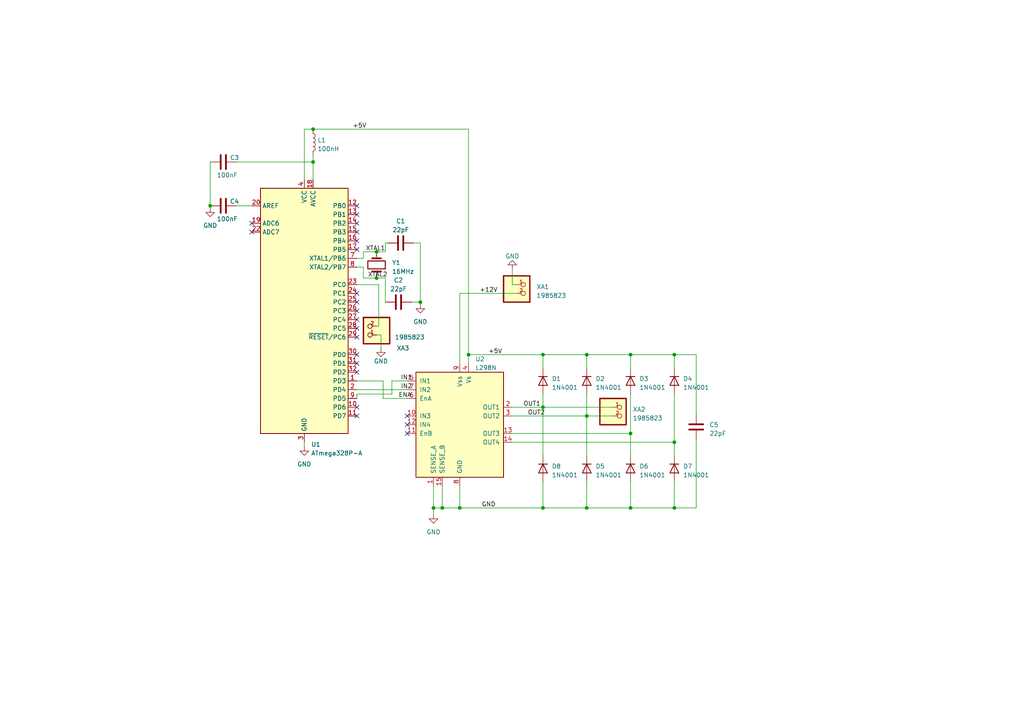
<source format=kicad_sch>
(kicad_sch (version 20230409) (generator eeschema)

  (uuid c7bd4f75-0dcc-448b-a11f-f256a696f126)

  (paper "A4")

  (lib_symbols
    (symbol "1985823:1985823" (pin_names (offset 1.016)) (in_bom yes) (on_board yes)
      (property "Reference" "XA" (at -3.8176 3.1813 0)
        (effects (font (size 1.27 1.27)) (justify left bottom))
      )
      (property "Value" "1985823" (at -3.8141 -7.6283 0)
        (effects (font (size 1.27 1.27)) (justify left bottom))
      )
      (property "Footprint" "PHOENIX_1985823" (at 0 0 0)
        (effects (font (size 1.27 1.27)) (justify bottom) hide)
      )
      (property "Datasheet" "" (at 0 0 0)
        (effects (font (size 1.27 1.27)) hide)
      )
      (property "MANUFACTURER" "Phoenix Contact" (at 0 0 0)
        (effects (font (size 1.27 1.27)) (justify bottom) hide)
      )
      (symbol "1985823_0_0"
        (rectangle (start -3.81 -5.08) (end 3.81 2.54)
          (stroke (width 0.4064) (type default))
          (fill (type background))
        )
        (pin passive inverted (at 0 0 0) (length 2.54)
          (name "~" (effects (font (size 1.016 1.016))))
          (number "1" (effects (font (size 1.016 1.016))))
        )
        (pin passive inverted (at 0 -2.54 0) (length 2.54)
          (name "~" (effects (font (size 1.016 1.016))))
          (number "2" (effects (font (size 1.016 1.016))))
        )
      )
    )
    (symbol "Device:C" (pin_numbers hide) (pin_names (offset 0.254)) (in_bom yes) (on_board yes)
      (property "Reference" "C" (at 0.635 2.54 0)
        (effects (font (size 1.27 1.27)) (justify left))
      )
      (property "Value" "C" (at 0.635 -2.54 0)
        (effects (font (size 1.27 1.27)) (justify left))
      )
      (property "Footprint" "" (at 0.9652 -3.81 0)
        (effects (font (size 1.27 1.27)) hide)
      )
      (property "Datasheet" "~" (at 0 0 0)
        (effects (font (size 1.27 1.27)) hide)
      )
      (property "ki_keywords" "cap capacitor" (at 0 0 0)
        (effects (font (size 1.27 1.27)) hide)
      )
      (property "ki_description" "Unpolarized capacitor" (at 0 0 0)
        (effects (font (size 1.27 1.27)) hide)
      )
      (property "ki_fp_filters" "C_*" (at 0 0 0)
        (effects (font (size 1.27 1.27)) hide)
      )
      (symbol "C_0_1"
        (polyline
          (pts
            (xy -2.032 -0.762)
            (xy 2.032 -0.762)
          )
          (stroke (width 0.508) (type default))
          (fill (type none))
        )
        (polyline
          (pts
            (xy -2.032 0.762)
            (xy 2.032 0.762)
          )
          (stroke (width 0.508) (type default))
          (fill (type none))
        )
      )
      (symbol "C_1_1"
        (pin passive line (at 0 3.81 270) (length 2.794)
          (name "~" (effects (font (size 1.27 1.27))))
          (number "1" (effects (font (size 1.27 1.27))))
        )
        (pin passive line (at 0 -3.81 90) (length 2.794)
          (name "~" (effects (font (size 1.27 1.27))))
          (number "2" (effects (font (size 1.27 1.27))))
        )
      )
    )
    (symbol "Device:Crystal" (pin_numbers hide) (pin_names (offset 1.016) hide) (in_bom yes) (on_board yes)
      (property "Reference" "Y" (at 0 3.81 0)
        (effects (font (size 1.27 1.27)))
      )
      (property "Value" "Crystal" (at 0 -3.81 0)
        (effects (font (size 1.27 1.27)))
      )
      (property "Footprint" "" (at 0 0 0)
        (effects (font (size 1.27 1.27)) hide)
      )
      (property "Datasheet" "~" (at 0 0 0)
        (effects (font (size 1.27 1.27)) hide)
      )
      (property "ki_keywords" "quartz ceramic resonator oscillator" (at 0 0 0)
        (effects (font (size 1.27 1.27)) hide)
      )
      (property "ki_description" "Two pin crystal" (at 0 0 0)
        (effects (font (size 1.27 1.27)) hide)
      )
      (property "ki_fp_filters" "Crystal*" (at 0 0 0)
        (effects (font (size 1.27 1.27)) hide)
      )
      (symbol "Crystal_0_1"
        (rectangle (start -1.143 2.54) (end 1.143 -2.54)
          (stroke (width 0.3048) (type default))
          (fill (type none))
        )
        (polyline
          (pts
            (xy -2.54 0)
            (xy -1.905 0)
          )
          (stroke (width 0) (type default))
          (fill (type none))
        )
        (polyline
          (pts
            (xy -1.905 -1.27)
            (xy -1.905 1.27)
          )
          (stroke (width 0.508) (type default))
          (fill (type none))
        )
        (polyline
          (pts
            (xy 1.905 -1.27)
            (xy 1.905 1.27)
          )
          (stroke (width 0.508) (type default))
          (fill (type none))
        )
        (polyline
          (pts
            (xy 2.54 0)
            (xy 1.905 0)
          )
          (stroke (width 0) (type default))
          (fill (type none))
        )
      )
      (symbol "Crystal_1_1"
        (pin passive line (at -3.81 0 0) (length 1.27)
          (name "1" (effects (font (size 1.27 1.27))))
          (number "1" (effects (font (size 1.27 1.27))))
        )
        (pin passive line (at 3.81 0 180) (length 1.27)
          (name "2" (effects (font (size 1.27 1.27))))
          (number "2" (effects (font (size 1.27 1.27))))
        )
      )
    )
    (symbol "Device:L" (pin_numbers hide) (pin_names (offset 1.016) hide) (in_bom yes) (on_board yes)
      (property "Reference" "L" (at -1.27 0 90)
        (effects (font (size 1.27 1.27)))
      )
      (property "Value" "L" (at 1.905 0 90)
        (effects (font (size 1.27 1.27)))
      )
      (property "Footprint" "" (at 0 0 0)
        (effects (font (size 1.27 1.27)) hide)
      )
      (property "Datasheet" "~" (at 0 0 0)
        (effects (font (size 1.27 1.27)) hide)
      )
      (property "ki_keywords" "inductor choke coil reactor magnetic" (at 0 0 0)
        (effects (font (size 1.27 1.27)) hide)
      )
      (property "ki_description" "Inductor" (at 0 0 0)
        (effects (font (size 1.27 1.27)) hide)
      )
      (property "ki_fp_filters" "Choke_* *Coil* Inductor_* L_*" (at 0 0 0)
        (effects (font (size 1.27 1.27)) hide)
      )
      (symbol "L_0_1"
        (arc (start 0 -2.54) (mid 0.6323 -1.905) (end 0 -1.27)
          (stroke (width 0) (type default))
          (fill (type none))
        )
        (arc (start 0 -1.27) (mid 0.6323 -0.635) (end 0 0)
          (stroke (width 0) (type default))
          (fill (type none))
        )
        (arc (start 0 0) (mid 0.6323 0.635) (end 0 1.27)
          (stroke (width 0) (type default))
          (fill (type none))
        )
        (arc (start 0 1.27) (mid 0.6323 1.905) (end 0 2.54)
          (stroke (width 0) (type default))
          (fill (type none))
        )
      )
      (symbol "L_1_1"
        (pin passive line (at 0 3.81 270) (length 1.27)
          (name "1" (effects (font (size 1.27 1.27))))
          (number "1" (effects (font (size 1.27 1.27))))
        )
        (pin passive line (at 0 -3.81 90) (length 1.27)
          (name "2" (effects (font (size 1.27 1.27))))
          (number "2" (effects (font (size 1.27 1.27))))
        )
      )
    )
    (symbol "Diode:1N4001" (pin_numbers hide) (pin_names hide) (in_bom yes) (on_board yes)
      (property "Reference" "D" (at 0 2.54 0)
        (effects (font (size 1.27 1.27)))
      )
      (property "Value" "1N4001" (at 0 -2.54 0)
        (effects (font (size 1.27 1.27)))
      )
      (property "Footprint" "Diode_THT:D_DO-41_SOD81_P10.16mm_Horizontal" (at 0 0 0)
        (effects (font (size 1.27 1.27)) hide)
      )
      (property "Datasheet" "http://www.vishay.com/docs/88503/1n4001.pdf" (at 0 0 0)
        (effects (font (size 1.27 1.27)) hide)
      )
      (property "Sim.Device" "D" (at 0 0 0)
        (effects (font (size 1.27 1.27)) hide)
      )
      (property "Sim.Pins" "1=K 2=A" (at 0 0 0)
        (effects (font (size 1.27 1.27)) hide)
      )
      (property "ki_keywords" "diode" (at 0 0 0)
        (effects (font (size 1.27 1.27)) hide)
      )
      (property "ki_description" "50V 1A General Purpose Rectifier Diode, DO-41" (at 0 0 0)
        (effects (font (size 1.27 1.27)) hide)
      )
      (property "ki_fp_filters" "D*DO?41*" (at 0 0 0)
        (effects (font (size 1.27 1.27)) hide)
      )
      (symbol "1N4001_0_1"
        (polyline
          (pts
            (xy -1.27 1.27)
            (xy -1.27 -1.27)
          )
          (stroke (width 0.254) (type default))
          (fill (type none))
        )
        (polyline
          (pts
            (xy 1.27 0)
            (xy -1.27 0)
          )
          (stroke (width 0) (type default))
          (fill (type none))
        )
        (polyline
          (pts
            (xy 1.27 1.27)
            (xy 1.27 -1.27)
            (xy -1.27 0)
            (xy 1.27 1.27)
          )
          (stroke (width 0.254) (type default))
          (fill (type none))
        )
      )
      (symbol "1N4001_1_1"
        (pin passive line (at -3.81 0 0) (length 2.54)
          (name "K" (effects (font (size 1.27 1.27))))
          (number "1" (effects (font (size 1.27 1.27))))
        )
        (pin passive line (at 3.81 0 180) (length 2.54)
          (name "A" (effects (font (size 1.27 1.27))))
          (number "2" (effects (font (size 1.27 1.27))))
        )
      )
    )
    (symbol "Driver_Motor:L298N" (pin_names (offset 1.016)) (in_bom yes) (on_board yes)
      (property "Reference" "U" (at -10.16 16.51 0)
        (effects (font (size 1.27 1.27)) (justify right))
      )
      (property "Value" "L298N" (at 12.7 16.51 0)
        (effects (font (size 1.27 1.27)) (justify right))
      )
      (property "Footprint" "Package_TO_SOT_THT:TO-220-15_P2.54x2.54mm_StaggerOdd_Lead4.58mm_Vertical" (at 1.27 -16.51 0)
        (effects (font (size 1.27 1.27)) (justify left) hide)
      )
      (property "Datasheet" "http://www.st.com/st-web-ui/static/active/en/resource/technical/document/datasheet/CD00000240.pdf" (at 3.81 6.35 0)
        (effects (font (size 1.27 1.27)) hide)
      )
      (property "ki_keywords" "H-bridge motor driver" (at 0 0 0)
        (effects (font (size 1.27 1.27)) hide)
      )
      (property "ki_description" "Dual full bridge motor driver, up to 46V, 4A, Multiwatt15-V" (at 0 0 0)
        (effects (font (size 1.27 1.27)) hide)
      )
      (property "ki_fp_filters" "TO?220*StaggerOdd*Vertical*" (at 0 0 0)
        (effects (font (size 1.27 1.27)) hide)
      )
      (symbol "L298N_0_1"
        (rectangle (start -12.7 15.24) (end 12.7 -15.24)
          (stroke (width 0.254) (type default))
          (fill (type background))
        )
      )
      (symbol "L298N_1_1"
        (pin power_in line (at -7.62 -17.78 90) (length 2.54)
          (name "SENSE_A" (effects (font (size 1.27 1.27))))
          (number "1" (effects (font (size 1.27 1.27))))
        )
        (pin input line (at -15.24 2.54 0) (length 2.54)
          (name "IN3" (effects (font (size 1.27 1.27))))
          (number "10" (effects (font (size 1.27 1.27))))
        )
        (pin input line (at -15.24 -2.54 0) (length 2.54)
          (name "EnB" (effects (font (size 1.27 1.27))))
          (number "11" (effects (font (size 1.27 1.27))))
        )
        (pin input line (at -15.24 0 0) (length 2.54)
          (name "IN4" (effects (font (size 1.27 1.27))))
          (number "12" (effects (font (size 1.27 1.27))))
        )
        (pin output line (at 15.24 -2.54 180) (length 2.54)
          (name "OUT3" (effects (font (size 1.27 1.27))))
          (number "13" (effects (font (size 1.27 1.27))))
        )
        (pin output line (at 15.24 -5.08 180) (length 2.54)
          (name "OUT4" (effects (font (size 1.27 1.27))))
          (number "14" (effects (font (size 1.27 1.27))))
        )
        (pin power_in line (at -5.08 -17.78 90) (length 2.54)
          (name "SENSE_B" (effects (font (size 1.27 1.27))))
          (number "15" (effects (font (size 1.27 1.27))))
        )
        (pin output line (at 15.24 5.08 180) (length 2.54)
          (name "OUT1" (effects (font (size 1.27 1.27))))
          (number "2" (effects (font (size 1.27 1.27))))
        )
        (pin output line (at 15.24 2.54 180) (length 2.54)
          (name "OUT2" (effects (font (size 1.27 1.27))))
          (number "3" (effects (font (size 1.27 1.27))))
        )
        (pin power_in line (at 2.54 17.78 270) (length 2.54)
          (name "Vs" (effects (font (size 1.27 1.27))))
          (number "4" (effects (font (size 1.27 1.27))))
        )
        (pin input line (at -15.24 12.7 0) (length 2.54)
          (name "IN1" (effects (font (size 1.27 1.27))))
          (number "5" (effects (font (size 1.27 1.27))))
        )
        (pin input line (at -15.24 7.62 0) (length 2.54)
          (name "EnA" (effects (font (size 1.27 1.27))))
          (number "6" (effects (font (size 1.27 1.27))))
        )
        (pin input line (at -15.24 10.16 0) (length 2.54)
          (name "IN2" (effects (font (size 1.27 1.27))))
          (number "7" (effects (font (size 1.27 1.27))))
        )
        (pin power_in line (at 0 -17.78 90) (length 2.54)
          (name "GND" (effects (font (size 1.27 1.27))))
          (number "8" (effects (font (size 1.27 1.27))))
        )
        (pin power_in line (at 0 17.78 270) (length 2.54)
          (name "Vss" (effects (font (size 1.27 1.27))))
          (number "9" (effects (font (size 1.27 1.27))))
        )
      )
    )
    (symbol "MCU_Microchip_ATmega:ATmega328P-A" (in_bom yes) (on_board yes)
      (property "Reference" "U" (at -12.7 36.83 0)
        (effects (font (size 1.27 1.27)) (justify left bottom))
      )
      (property "Value" "ATmega328P-A" (at 2.54 -36.83 0)
        (effects (font (size 1.27 1.27)) (justify left top))
      )
      (property "Footprint" "Package_QFP:TQFP-32_7x7mm_P0.8mm" (at 0 0 0)
        (effects (font (size 1.27 1.27) italic) hide)
      )
      (property "Datasheet" "http://ww1.microchip.com/downloads/en/DeviceDoc/ATmega328_P%20AVR%20MCU%20with%20picoPower%20Technology%20Data%20Sheet%2040001984A.pdf" (at 0 0 0)
        (effects (font (size 1.27 1.27)) hide)
      )
      (property "ki_keywords" "AVR 8bit Microcontroller MegaAVR PicoPower" (at 0 0 0)
        (effects (font (size 1.27 1.27)) hide)
      )
      (property "ki_description" "20MHz, 32kB Flash, 2kB SRAM, 1kB EEPROM, TQFP-32" (at 0 0 0)
        (effects (font (size 1.27 1.27)) hide)
      )
      (property "ki_fp_filters" "TQFP*7x7mm*P0.8mm*" (at 0 0 0)
        (effects (font (size 1.27 1.27)) hide)
      )
      (symbol "ATmega328P-A_0_1"
        (rectangle (start -12.7 -35.56) (end 12.7 35.56)
          (stroke (width 0.254) (type default))
          (fill (type background))
        )
      )
      (symbol "ATmega328P-A_1_1"
        (pin bidirectional line (at 15.24 -20.32 180) (length 2.54)
          (name "PD3" (effects (font (size 1.27 1.27))))
          (number "1" (effects (font (size 1.27 1.27))))
        )
        (pin bidirectional line (at 15.24 -27.94 180) (length 2.54)
          (name "PD6" (effects (font (size 1.27 1.27))))
          (number "10" (effects (font (size 1.27 1.27))))
        )
        (pin bidirectional line (at 15.24 -30.48 180) (length 2.54)
          (name "PD7" (effects (font (size 1.27 1.27))))
          (number "11" (effects (font (size 1.27 1.27))))
        )
        (pin bidirectional line (at 15.24 30.48 180) (length 2.54)
          (name "PB0" (effects (font (size 1.27 1.27))))
          (number "12" (effects (font (size 1.27 1.27))))
        )
        (pin bidirectional line (at 15.24 27.94 180) (length 2.54)
          (name "PB1" (effects (font (size 1.27 1.27))))
          (number "13" (effects (font (size 1.27 1.27))))
        )
        (pin bidirectional line (at 15.24 25.4 180) (length 2.54)
          (name "PB2" (effects (font (size 1.27 1.27))))
          (number "14" (effects (font (size 1.27 1.27))))
        )
        (pin bidirectional line (at 15.24 22.86 180) (length 2.54)
          (name "PB3" (effects (font (size 1.27 1.27))))
          (number "15" (effects (font (size 1.27 1.27))))
        )
        (pin bidirectional line (at 15.24 20.32 180) (length 2.54)
          (name "PB4" (effects (font (size 1.27 1.27))))
          (number "16" (effects (font (size 1.27 1.27))))
        )
        (pin bidirectional line (at 15.24 17.78 180) (length 2.54)
          (name "PB5" (effects (font (size 1.27 1.27))))
          (number "17" (effects (font (size 1.27 1.27))))
        )
        (pin power_in line (at 2.54 38.1 270) (length 2.54)
          (name "AVCC" (effects (font (size 1.27 1.27))))
          (number "18" (effects (font (size 1.27 1.27))))
        )
        (pin input line (at -15.24 25.4 0) (length 2.54)
          (name "ADC6" (effects (font (size 1.27 1.27))))
          (number "19" (effects (font (size 1.27 1.27))))
        )
        (pin bidirectional line (at 15.24 -22.86 180) (length 2.54)
          (name "PD4" (effects (font (size 1.27 1.27))))
          (number "2" (effects (font (size 1.27 1.27))))
        )
        (pin passive line (at -15.24 30.48 0) (length 2.54)
          (name "AREF" (effects (font (size 1.27 1.27))))
          (number "20" (effects (font (size 1.27 1.27))))
        )
        (pin passive line (at 0 -38.1 90) (length 2.54) hide
          (name "GND" (effects (font (size 1.27 1.27))))
          (number "21" (effects (font (size 1.27 1.27))))
        )
        (pin input line (at -15.24 22.86 0) (length 2.54)
          (name "ADC7" (effects (font (size 1.27 1.27))))
          (number "22" (effects (font (size 1.27 1.27))))
        )
        (pin bidirectional line (at 15.24 7.62 180) (length 2.54)
          (name "PC0" (effects (font (size 1.27 1.27))))
          (number "23" (effects (font (size 1.27 1.27))))
        )
        (pin bidirectional line (at 15.24 5.08 180) (length 2.54)
          (name "PC1" (effects (font (size 1.27 1.27))))
          (number "24" (effects (font (size 1.27 1.27))))
        )
        (pin bidirectional line (at 15.24 2.54 180) (length 2.54)
          (name "PC2" (effects (font (size 1.27 1.27))))
          (number "25" (effects (font (size 1.27 1.27))))
        )
        (pin bidirectional line (at 15.24 0 180) (length 2.54)
          (name "PC3" (effects (font (size 1.27 1.27))))
          (number "26" (effects (font (size 1.27 1.27))))
        )
        (pin bidirectional line (at 15.24 -2.54 180) (length 2.54)
          (name "PC4" (effects (font (size 1.27 1.27))))
          (number "27" (effects (font (size 1.27 1.27))))
        )
        (pin bidirectional line (at 15.24 -5.08 180) (length 2.54)
          (name "PC5" (effects (font (size 1.27 1.27))))
          (number "28" (effects (font (size 1.27 1.27))))
        )
        (pin bidirectional line (at 15.24 -7.62 180) (length 2.54)
          (name "~{RESET}/PC6" (effects (font (size 1.27 1.27))))
          (number "29" (effects (font (size 1.27 1.27))))
        )
        (pin power_in line (at 0 -38.1 90) (length 2.54)
          (name "GND" (effects (font (size 1.27 1.27))))
          (number "3" (effects (font (size 1.27 1.27))))
        )
        (pin bidirectional line (at 15.24 -12.7 180) (length 2.54)
          (name "PD0" (effects (font (size 1.27 1.27))))
          (number "30" (effects (font (size 1.27 1.27))))
        )
        (pin bidirectional line (at 15.24 -15.24 180) (length 2.54)
          (name "PD1" (effects (font (size 1.27 1.27))))
          (number "31" (effects (font (size 1.27 1.27))))
        )
        (pin bidirectional line (at 15.24 -17.78 180) (length 2.54)
          (name "PD2" (effects (font (size 1.27 1.27))))
          (number "32" (effects (font (size 1.27 1.27))))
        )
        (pin power_in line (at 0 38.1 270) (length 2.54)
          (name "VCC" (effects (font (size 1.27 1.27))))
          (number "4" (effects (font (size 1.27 1.27))))
        )
        (pin passive line (at 0 -38.1 90) (length 2.54) hide
          (name "GND" (effects (font (size 1.27 1.27))))
          (number "5" (effects (font (size 1.27 1.27))))
        )
        (pin passive line (at 0 38.1 270) (length 2.54) hide
          (name "VCC" (effects (font (size 1.27 1.27))))
          (number "6" (effects (font (size 1.27 1.27))))
        )
        (pin bidirectional line (at 15.24 15.24 180) (length 2.54)
          (name "XTAL1/PB6" (effects (font (size 1.27 1.27))))
          (number "7" (effects (font (size 1.27 1.27))))
        )
        (pin bidirectional line (at 15.24 12.7 180) (length 2.54)
          (name "XTAL2/PB7" (effects (font (size 1.27 1.27))))
          (number "8" (effects (font (size 1.27 1.27))))
        )
        (pin bidirectional line (at 15.24 -25.4 180) (length 2.54)
          (name "PD5" (effects (font (size 1.27 1.27))))
          (number "9" (effects (font (size 1.27 1.27))))
        )
      )
    )
    (symbol "power:GND" (power) (pin_names (offset 0)) (in_bom yes) (on_board yes)
      (property "Reference" "#PWR" (at 0 -6.35 0)
        (effects (font (size 1.27 1.27)) hide)
      )
      (property "Value" "GND" (at 0 -3.81 0)
        (effects (font (size 1.27 1.27)))
      )
      (property "Footprint" "" (at 0 0 0)
        (effects (font (size 1.27 1.27)) hide)
      )
      (property "Datasheet" "" (at 0 0 0)
        (effects (font (size 1.27 1.27)) hide)
      )
      (property "ki_keywords" "global power" (at 0 0 0)
        (effects (font (size 1.27 1.27)) hide)
      )
      (property "ki_description" "Power symbol creates a global label with name \"GND\" , ground" (at 0 0 0)
        (effects (font (size 1.27 1.27)) hide)
      )
      (symbol "GND_0_1"
        (polyline
          (pts
            (xy 0 0)
            (xy 0 -1.27)
            (xy 1.27 -1.27)
            (xy 0 -2.54)
            (xy -1.27 -1.27)
            (xy 0 -1.27)
          )
          (stroke (width 0) (type default))
          (fill (type none))
        )
      )
      (symbol "GND_1_1"
        (pin power_in line (at 0 0 270) (length 0) hide
          (name "GND" (effects (font (size 1.27 1.27))))
          (number "1" (effects (font (size 1.27 1.27))))
        )
      )
    )
  )

  (junction (at 182.88 102.87) (diameter 0) (color 0 0 0 0)
    (uuid 028245ff-6aec-4ed4-86d2-addf4c35f79d)
  )
  (junction (at 157.48 102.87) (diameter 0) (color 0 0 0 0)
    (uuid 12952881-8de1-46dd-b9aa-32cf558b9824)
  )
  (junction (at 133.35 147.32) (diameter 0) (color 0 0 0 0)
    (uuid 2bea08e0-27d6-485a-8352-d21157e9732d)
  )
  (junction (at 90.805 46.99) (diameter 0) (color 0 0 0 0)
    (uuid 34ae80eb-15da-489a-aa06-ba7f2c7d4faa)
  )
  (junction (at 195.58 147.32) (diameter 0) (color 0 0 0 0)
    (uuid 3dfe9b66-a0a4-4aa6-8a24-2e2b84a1d51b)
  )
  (junction (at 109.22 80.645) (diameter 0) (color 0 0 0 0)
    (uuid 4d231e8f-40e5-409c-a531-eaa23aeb505e)
  )
  (junction (at 170.18 147.32) (diameter 0) (color 0 0 0 0)
    (uuid 4e00252f-babc-4e5a-a95b-0c63269d05a5)
  )
  (junction (at 128.27 147.32) (diameter 0) (color 0 0 0 0)
    (uuid 4f7f4ba4-cd8d-4aa8-867e-59dff4fdb38b)
  )
  (junction (at 109.22 73.025) (diameter 0) (color 0 0 0 0)
    (uuid 510b4127-5c03-475e-9d22-d934cadeb013)
  )
  (junction (at 170.18 102.87) (diameter 0) (color 0 0 0 0)
    (uuid 744ad83f-e845-475f-9929-35db3d7ca768)
  )
  (junction (at 195.58 102.87) (diameter 0) (color 0 0 0 0)
    (uuid 7760a116-1e42-4800-9486-86e1b0634666)
  )
  (junction (at 195.58 128.27) (diameter 0) (color 0 0 0 0)
    (uuid 7b8b78fd-a5d8-4aff-82f0-e19e6096d5c5)
  )
  (junction (at 182.88 147.32) (diameter 0) (color 0 0 0 0)
    (uuid 7c31bdcc-faf6-43e7-b48b-d264898f9dc6)
  )
  (junction (at 157.48 118.11) (diameter 0) (color 0 0 0 0)
    (uuid 86791338-16f3-4580-88fc-ecc11f5aa835)
  )
  (junction (at 121.92 87.63) (diameter 0) (color 0 0 0 0)
    (uuid ad63d8f8-57b6-4be2-bbb7-65e938973b7f)
  )
  (junction (at 125.73 147.32) (diameter 0) (color 0 0 0 0)
    (uuid bd67644a-dcde-4a8a-9a77-c21134ee0a6e)
  )
  (junction (at 90.805 37.465) (diameter 0) (color 0 0 0 0)
    (uuid c182e2f0-85d7-46e5-9df5-92c151cc13df)
  )
  (junction (at 60.96 59.69) (diameter 0) (color 0 0 0 0)
    (uuid d4f80b15-9ca4-4e80-8d28-d599a8c49322)
  )
  (junction (at 182.88 125.73) (diameter 0) (color 0 0 0 0)
    (uuid e1c6f671-6350-4851-99e6-49acf625a2a5)
  )
  (junction (at 170.18 120.65) (diameter 0) (color 0 0 0 0)
    (uuid e894e7b3-507d-4bf4-8a7d-8732767c8d29)
  )
  (junction (at 135.89 102.87) (diameter 0) (color 0 0 0 0)
    (uuid fba7e632-55e8-429f-9a14-48bb135a05ad)
  )
  (junction (at 157.48 147.32) (diameter 0) (color 0 0 0 0)
    (uuid fcd92f1b-8a09-45a0-a96b-9a2dd3017e7c)
  )

  (no_connect (at 103.505 59.69) (uuid 08fe063d-8e47-457d-bbda-3ef63e133d7a))
  (no_connect (at 103.505 72.39) (uuid 0a8dcb24-2fbf-4d6a-931d-354785335756))
  (no_connect (at 103.505 97.79) (uuid 0f59641f-50f2-4011-8ad3-851d75ad5133))
  (no_connect (at 103.505 107.95) (uuid 1d8a2c53-1409-4de4-b278-4a9363120982))
  (no_connect (at 103.505 102.87) (uuid 2cd8fbb5-b5a5-497e-a298-edf1a1ece68d))
  (no_connect (at 103.505 95.25) (uuid 39b62777-7772-4338-b962-8da4b122cd3c))
  (no_connect (at 118.11 120.65) (uuid 496840d3-cb3a-4616-9353-9c761e575d11))
  (no_connect (at 103.505 64.77) (uuid 5aaa7cbf-1810-4488-8d8c-e5659e42e15a))
  (no_connect (at 103.505 69.85) (uuid 6aa05f7d-617d-4a2f-bf0e-4007384fde82))
  (no_connect (at 118.11 125.73) (uuid 6f2d0246-6a50-4c13-ab41-8dc19125b425))
  (no_connect (at 103.505 87.63) (uuid 80065129-134e-43fc-87fb-1b1c25b2cdd6))
  (no_connect (at 73.025 67.31) (uuid 853cd2cb-3f89-421f-bf71-a98332471903))
  (no_connect (at 103.505 62.23) (uuid 8607c804-9559-4453-bfdd-86531848a669))
  (no_connect (at 103.505 118.11) (uuid 99d24c4d-8b76-4be7-9089-803f29709c63))
  (no_connect (at 103.505 105.41) (uuid 9a322553-6ccf-4b4a-9b94-12c40f9818e3))
  (no_connect (at 103.505 85.09) (uuid a6a7fd65-43b3-435d-ae23-161beacbccab))
  (no_connect (at 103.505 67.31) (uuid a804ee31-9567-42e1-aa87-0ff938e28fee))
  (no_connect (at 103.505 90.17) (uuid ac9927be-c632-4557-9682-e2cfaf24615f))
  (no_connect (at 118.11 123.19) (uuid b02c6d5b-12f3-41b7-b643-7e9d63918e32))
  (no_connect (at 73.025 64.77) (uuid cfbf9bd8-ab29-4212-9f6b-fe30964fb5f9))
  (no_connect (at 103.505 92.71) (uuid f857dd58-a0d1-4e24-b829-5745257985dd))
  (no_connect (at 103.505 120.65) (uuid fb26d8b2-040b-4b74-a907-1692297748d3))

  (wire (pts (xy 90.805 46.99) (xy 90.805 52.07))
    (stroke (width 0) (type default))
    (uuid 004e435f-385b-410f-895a-e5bc4fee89d6)
  )
  (wire (pts (xy 148.59 118.11) (xy 157.48 118.11))
    (stroke (width 0) (type default))
    (uuid 03d8e76e-33e4-4173-8366-d07f82fb9308)
  )
  (wire (pts (xy 133.35 147.32) (xy 133.35 140.97))
    (stroke (width 0) (type default))
    (uuid 056d7b97-7f57-4e3d-88d8-f2e5eba340a5)
  )
  (wire (pts (xy 182.88 147.32) (xy 195.58 147.32))
    (stroke (width 0) (type default))
    (uuid 08188220-896c-4d20-bd45-aa7954373981)
  )
  (wire (pts (xy 125.73 147.32) (xy 125.73 140.97))
    (stroke (width 0) (type default))
    (uuid 0c02a267-0538-4113-8588-a703e99e39a8)
  )
  (wire (pts (xy 157.48 118.11) (xy 157.48 132.08))
    (stroke (width 0) (type default))
    (uuid 0e2cecbd-28ea-46c6-9de8-5992c5eb4bee)
  )
  (wire (pts (xy 103.505 114.3) (xy 103.505 115.57))
    (stroke (width 0) (type default))
    (uuid 0eb58b74-da64-480c-808a-c2a78f594b31)
  )
  (wire (pts (xy 201.93 102.87) (xy 195.58 102.87))
    (stroke (width 0) (type default))
    (uuid 0fd7a4d7-7659-42ee-aafb-f8a7c50d36ff)
  )
  (wire (pts (xy 182.88 139.7) (xy 182.88 147.32))
    (stroke (width 0) (type default))
    (uuid 120caea1-7d45-4fa1-96b7-47af53fba187)
  )
  (wire (pts (xy 128.27 147.32) (xy 128.27 140.97))
    (stroke (width 0) (type default))
    (uuid 124da51f-ec86-4f55-b94e-47e32c5a9d68)
  )
  (wire (pts (xy 111.125 115.57) (xy 118.11 115.57))
    (stroke (width 0) (type default))
    (uuid 17698d4c-bbb4-4eea-afc8-f89aa26b3008)
  )
  (wire (pts (xy 148.59 78.105) (xy 148.59 82.55))
    (stroke (width 0) (type default))
    (uuid 193fb7d6-06f8-41a9-a53f-48dc37f07277)
  )
  (wire (pts (xy 157.48 114.3) (xy 157.48 118.11))
    (stroke (width 0) (type default))
    (uuid 1a25cf81-7bd5-451c-add6-c20ad636e8e6)
  )
  (wire (pts (xy 103.505 113.03) (xy 118.11 113.03))
    (stroke (width 0) (type default))
    (uuid 1bd5b0c7-5712-4199-83fd-b735c2439039)
  )
  (wire (pts (xy 170.18 114.3) (xy 170.18 120.65))
    (stroke (width 0) (type default))
    (uuid 21325b14-0519-487b-bde2-48a78ae70c62)
  )
  (wire (pts (xy 133.35 85.09) (xy 133.35 105.41))
    (stroke (width 0) (type default))
    (uuid 24924af8-ffe0-4e17-bb36-7e23dec48227)
  )
  (wire (pts (xy 157.48 106.68) (xy 157.48 102.87))
    (stroke (width 0) (type default))
    (uuid 25d96e1e-b26c-4f02-96b9-81156e278895)
  )
  (wire (pts (xy 105.41 80.645) (xy 109.22 80.645))
    (stroke (width 0) (type default))
    (uuid 28817ccc-605b-4dc2-8c10-0c80cc244e9d)
  )
  (wire (pts (xy 68.58 59.69) (xy 73.025 59.69))
    (stroke (width 0) (type default))
    (uuid 2b1424bc-9782-4f11-a931-e6cdcc6895fa)
  )
  (wire (pts (xy 121.92 88.265) (xy 121.92 87.63))
    (stroke (width 0) (type default))
    (uuid 2f784afc-acdf-49cb-b401-dfc06029c667)
  )
  (wire (pts (xy 88.265 37.465) (xy 90.805 37.465))
    (stroke (width 0) (type default))
    (uuid 2ffe7821-2a78-4630-966b-08b1d96531ee)
  )
  (wire (pts (xy 111.125 110.49) (xy 111.125 115.57))
    (stroke (width 0) (type default))
    (uuid 320d28dc-4372-4fcc-a2ee-0cd01821f7b7)
  )
  (wire (pts (xy 201.93 127.635) (xy 201.93 147.32))
    (stroke (width 0) (type default))
    (uuid 32887474-4b4c-448a-8b39-11767e4817e3)
  )
  (wire (pts (xy 119.38 87.63) (xy 121.92 87.63))
    (stroke (width 0) (type default))
    (uuid 34db79d3-1ac3-4f48-8bc7-696bdb8591ec)
  )
  (wire (pts (xy 113.665 114.3) (xy 103.505 114.3))
    (stroke (width 0) (type default))
    (uuid 357c0e14-d40e-4457-a0b3-a84717e7c5f7)
  )
  (wire (pts (xy 60.96 46.99) (xy 60.96 59.69))
    (stroke (width 0) (type default))
    (uuid 3979efb4-ceba-4c9b-b378-28bb40810ca7)
  )
  (wire (pts (xy 170.18 139.7) (xy 170.18 147.32))
    (stroke (width 0) (type default))
    (uuid 3b0ebad8-fb5f-44f7-a307-13d4de0ae0f3)
  )
  (wire (pts (xy 170.18 120.65) (xy 170.18 132.08))
    (stroke (width 0) (type default))
    (uuid 3b2c742f-6d41-4aff-8235-2ff3de4141c0)
  )
  (wire (pts (xy 110.49 97.155) (xy 109.22 97.155))
    (stroke (width 0) (type default))
    (uuid 40c86225-abbd-454e-873c-95d06440550b)
  )
  (wire (pts (xy 90.805 45.085) (xy 90.805 46.99))
    (stroke (width 0) (type default))
    (uuid 48f02630-baab-49d4-bb87-e72b2fe925b9)
  )
  (wire (pts (xy 148.59 128.27) (xy 195.58 128.27))
    (stroke (width 0) (type default))
    (uuid 4a16ff62-08fa-4d7a-b346-76768d0d4714)
  )
  (wire (pts (xy 157.48 102.87) (xy 135.89 102.87))
    (stroke (width 0) (type default))
    (uuid 4acc4e8c-5de6-487d-a058-13cf80413291)
  )
  (wire (pts (xy 148.59 125.73) (xy 182.88 125.73))
    (stroke (width 0) (type default))
    (uuid 4d0504e7-50f5-4e93-b30e-580007dd4e72)
  )
  (wire (pts (xy 120.015 70.485) (xy 121.92 70.485))
    (stroke (width 0) (type default))
    (uuid 538964e8-6494-41b3-b905-2b4cddfa34c2)
  )
  (wire (pts (xy 125.73 147.32) (xy 125.73 149.225))
    (stroke (width 0) (type default))
    (uuid 540a4e26-5cd7-4868-a8f3-33512e53d75c)
  )
  (wire (pts (xy 201.93 120.015) (xy 201.93 102.87))
    (stroke (width 0) (type default))
    (uuid 582d49b6-457d-4870-8de4-1dd1adda99f9)
  )
  (wire (pts (xy 103.505 74.93) (xy 105.41 74.93))
    (stroke (width 0) (type default))
    (uuid 5a470cd9-857f-4c5a-a9dd-c0ae13823250)
  )
  (wire (pts (xy 103.505 110.49) (xy 111.125 110.49))
    (stroke (width 0) (type default))
    (uuid 62c798ab-265d-4915-b4d6-cd0fd5cd122c)
  )
  (wire (pts (xy 195.58 128.27) (xy 195.58 132.08))
    (stroke (width 0) (type default))
    (uuid 673ce2f3-6555-438e-b7de-ce8bc3afa5b1)
  )
  (wire (pts (xy 157.48 147.32) (xy 133.35 147.32))
    (stroke (width 0) (type default))
    (uuid 6d743eac-0f94-49e0-b830-ac9d3a3af48b)
  )
  (wire (pts (xy 109.855 82.55) (xy 109.855 94.615))
    (stroke (width 0) (type default))
    (uuid 6e4c8918-ece3-4234-be05-53c7b8a32f77)
  )
  (wire (pts (xy 135.89 102.87) (xy 135.89 105.41))
    (stroke (width 0) (type default))
    (uuid 74e26a71-f517-4241-b938-db339dbcfacd)
  )
  (wire (pts (xy 170.18 102.87) (xy 170.18 106.68))
    (stroke (width 0) (type default))
    (uuid 78a1e687-9e0c-4c07-8137-c2477f0f7001)
  )
  (wire (pts (xy 105.41 73.025) (xy 109.22 73.025))
    (stroke (width 0) (type default))
    (uuid 79107771-f843-4eaa-9c84-e1ccf9386aec)
  )
  (wire (pts (xy 195.58 114.3) (xy 195.58 128.27))
    (stroke (width 0) (type default))
    (uuid 7baa114e-a712-4e74-b171-df9958e3279f)
  )
  (wire (pts (xy 111.76 70.485) (xy 111.76 73.025))
    (stroke (width 0) (type default))
    (uuid 7cbac7d2-f386-4bf6-bebe-d04525b0562d)
  )
  (wire (pts (xy 88.265 37.465) (xy 88.265 52.07))
    (stroke (width 0) (type default))
    (uuid 7f80c399-9794-41b6-90ea-38879671312b)
  )
  (wire (pts (xy 182.88 102.87) (xy 182.88 106.68))
    (stroke (width 0) (type default))
    (uuid 81d777a4-409d-4813-a49f-c11449d544b9)
  )
  (wire (pts (xy 103.505 82.55) (xy 109.855 82.55))
    (stroke (width 0) (type default))
    (uuid 97af669f-c19a-4dc5-994a-f0417cb6cc10)
  )
  (wire (pts (xy 128.27 147.32) (xy 125.73 147.32))
    (stroke (width 0) (type default))
    (uuid 99847777-21b5-45df-9fda-93241106cb65)
  )
  (wire (pts (xy 111.76 80.645) (xy 109.22 80.645))
    (stroke (width 0) (type default))
    (uuid 9aa34e74-8146-4663-b691-791fb15cf207)
  )
  (wire (pts (xy 118.11 110.49) (xy 113.665 110.49))
    (stroke (width 0) (type default))
    (uuid a3fbfaa7-39c2-4b96-b6ae-ec3db6d0fe93)
  )
  (wire (pts (xy 182.88 114.3) (xy 182.88 125.73))
    (stroke (width 0) (type default))
    (uuid a4b29091-6a08-428d-92d9-b8b9247cca3c)
  )
  (wire (pts (xy 195.58 147.32) (xy 195.58 139.7))
    (stroke (width 0) (type default))
    (uuid a618ff1c-c3b1-41f2-b787-f2af1c7de203)
  )
  (wire (pts (xy 113.665 110.49) (xy 113.665 114.3))
    (stroke (width 0) (type default))
    (uuid a66c0b6f-4215-4414-be2a-c31d802d823c)
  )
  (wire (pts (xy 111.76 73.025) (xy 109.22 73.025))
    (stroke (width 0) (type default))
    (uuid a705cae2-d83d-402c-af0e-be7eb56e5421)
  )
  (wire (pts (xy 60.96 60.325) (xy 60.96 59.69))
    (stroke (width 0) (type default))
    (uuid a748bceb-cd96-4720-81b9-18be5993f2be)
  )
  (wire (pts (xy 157.48 102.87) (xy 170.18 102.87))
    (stroke (width 0) (type default))
    (uuid a86aadce-c676-460f-a651-8a469c3112b2)
  )
  (wire (pts (xy 148.59 120.65) (xy 170.18 120.65))
    (stroke (width 0) (type default))
    (uuid b0e3f059-67a1-4d9b-9ffa-b36bd6e5e812)
  )
  (wire (pts (xy 105.41 74.93) (xy 105.41 73.025))
    (stroke (width 0) (type default))
    (uuid b489a372-508d-44d5-afd9-cc6ef3e5a59a)
  )
  (wire (pts (xy 157.48 118.11) (xy 177.8 118.11))
    (stroke (width 0) (type default))
    (uuid b7244593-1c4c-4a90-aef9-519d472a74f3)
  )
  (wire (pts (xy 148.59 82.55) (xy 149.86 82.55))
    (stroke (width 0) (type default))
    (uuid babdff4c-d26d-46e3-9de5-12d79c22f5e7)
  )
  (wire (pts (xy 110.49 97.155) (xy 110.49 100.965))
    (stroke (width 0) (type default))
    (uuid c2544309-b208-4234-98ab-5d3b627443b0)
  )
  (wire (pts (xy 195.58 102.87) (xy 195.58 106.68))
    (stroke (width 0) (type default))
    (uuid c32c02f0-a754-46a6-97a0-69472421dacf)
  )
  (wire (pts (xy 182.88 125.73) (xy 182.88 132.08))
    (stroke (width 0) (type default))
    (uuid c3adf4cb-6f27-4eff-a90a-275a0d7b9deb)
  )
  (wire (pts (xy 170.18 102.87) (xy 182.88 102.87))
    (stroke (width 0) (type default))
    (uuid c7573d8b-980c-4a5b-8e85-9deaceddfb81)
  )
  (wire (pts (xy 157.48 139.7) (xy 157.48 147.32))
    (stroke (width 0) (type default))
    (uuid cadb8f86-a961-4f45-b93e-7a0211ead0e3)
  )
  (wire (pts (xy 133.35 85.09) (xy 149.86 85.09))
    (stroke (width 0) (type default))
    (uuid cd3ed4c2-ceba-4083-9eec-d46e4d5ff205)
  )
  (wire (pts (xy 109.22 94.615) (xy 109.855 94.615))
    (stroke (width 0) (type default))
    (uuid d385a512-dbff-46fc-b9e9-9d5da50e7e6d)
  )
  (wire (pts (xy 157.48 147.32) (xy 170.18 147.32))
    (stroke (width 0) (type default))
    (uuid d8d84a34-68d1-46f6-8210-394c7682ee68)
  )
  (wire (pts (xy 111.76 87.63) (xy 111.76 80.645))
    (stroke (width 0) (type default))
    (uuid da17b736-cfc3-4067-afa4-37773aaaed62)
  )
  (wire (pts (xy 195.58 147.32) (xy 201.93 147.32))
    (stroke (width 0) (type default))
    (uuid decfe1db-65dd-4a4b-b043-73b09f1604ee)
  )
  (wire (pts (xy 111.76 70.485) (xy 112.395 70.485))
    (stroke (width 0) (type default))
    (uuid dee9760a-cb97-4d29-9a68-94de5a32c179)
  )
  (wire (pts (xy 121.92 70.485) (xy 121.92 87.63))
    (stroke (width 0) (type default))
    (uuid e2049775-44ed-4852-868b-cdab91ea7563)
  )
  (wire (pts (xy 135.89 37.465) (xy 135.89 102.87))
    (stroke (width 0) (type default))
    (uuid e33da85b-e6b9-42b9-ae2f-46a68e85d86c)
  )
  (wire (pts (xy 88.265 128.27) (xy 88.265 129.54))
    (stroke (width 0) (type default))
    (uuid e346ed0f-b757-4d0a-9882-7f0809d26011)
  )
  (wire (pts (xy 170.18 147.32) (xy 182.88 147.32))
    (stroke (width 0) (type default))
    (uuid ea9e86c7-5314-4eda-9634-b29b064e5b2a)
  )
  (wire (pts (xy 103.505 77.47) (xy 105.41 77.47))
    (stroke (width 0) (type default))
    (uuid eac51f75-090a-4953-8d2a-9a35d647a90d)
  )
  (wire (pts (xy 170.18 120.65) (xy 177.8 120.65))
    (stroke (width 0) (type default))
    (uuid ebaec72f-72cd-4984-8e79-b69f90c620b4)
  )
  (wire (pts (xy 68.58 46.99) (xy 90.805 46.99))
    (stroke (width 0) (type default))
    (uuid f73b12c5-ad11-4d21-9a0b-eae82f620973)
  )
  (wire (pts (xy 182.88 102.87) (xy 195.58 102.87))
    (stroke (width 0) (type default))
    (uuid fa0affe2-4349-4b52-b5da-d1535a4da191)
  )
  (wire (pts (xy 133.35 147.32) (xy 128.27 147.32))
    (stroke (width 0) (type default))
    (uuid fd3a1796-bf3b-4308-a2b9-53218b0d087d)
  )
  (wire (pts (xy 105.41 77.47) (xy 105.41 80.645))
    (stroke (width 0) (type default))
    (uuid ff9a8529-fc1f-4a8e-940a-c015fc94a2f6)
  )
  (wire (pts (xy 135.89 37.465) (xy 90.805 37.465))
    (stroke (width 0) (type default))
    (uuid ffefeb37-9132-480f-a70a-18242132a08c)
  )

  (label "OUT1" (at 151.765 118.11 0) (fields_autoplaced)
    (effects (font (size 1.27 1.27)) (justify left bottom))
    (uuid 27e6613e-b247-4da6-8886-87624101dbce)
  )
  (label "GND" (at 139.7 147.32 0) (fields_autoplaced)
    (effects (font (size 1.27 1.27)) (justify left bottom))
    (uuid 35a6bbcb-30b1-48e8-919b-cd4f6803a448)
  )
  (label "OUT2" (at 153.035 120.65 0) (fields_autoplaced)
    (effects (font (size 1.27 1.27)) (justify left bottom))
    (uuid 3cb61eb2-34a9-42b3-acbf-0a233edb2339)
  )
  (label "IN1" (at 116.205 110.49 0) (fields_autoplaced)
    (effects (font (size 1.27 1.27)) (justify left bottom))
    (uuid 4eaaebbc-5e1e-48c0-bd5f-266ff38396d7)
  )
  (label "+5V" (at 141.605 102.87 0) (fields_autoplaced)
    (effects (font (size 1.27 1.27)) (justify left bottom))
    (uuid 803094c0-dcfc-4d6f-ad1c-01a833ecc915)
  )
  (label "ENA" (at 115.57 115.57 0) (fields_autoplaced)
    (effects (font (size 1.27 1.27)) (justify left bottom))
    (uuid 85654b15-c9dd-4df4-a444-53f04e3ae68b)
  )
  (label "+12V" (at 139.065 85.09 0) (fields_autoplaced)
    (effects (font (size 1.27 1.27)) (justify left bottom))
    (uuid 978f208e-5fa1-49c9-a364-fd120c641603)
  )
  (label "IN2" (at 116.205 113.03 0) (fields_autoplaced)
    (effects (font (size 1.27 1.27)) (justify left bottom))
    (uuid a34cf864-f774-4375-8e1c-7baee0b2abd8)
  )
  (label "XTAL1" (at 106.045 73.025 0) (fields_autoplaced)
    (effects (font (size 1.27 1.27)) (justify left bottom))
    (uuid a5af8905-757d-42f1-a6f5-e48c545b8df0)
  )
  (label "XTAL2" (at 106.68 80.645 0) (fields_autoplaced)
    (effects (font (size 1.27 1.27)) (justify left bottom))
    (uuid c77ea870-999f-4f7e-8ff6-032f7917aefe)
  )
  (label "+5V" (at 102.235 37.465 0) (fields_autoplaced)
    (effects (font (size 1.27 1.27)) (justify left bottom))
    (uuid e6118953-af0d-487e-a4f4-0c071133955e)
  )

  (symbol (lib_id "1985823:1985823") (at 149.86 82.55 0) (unit 1)
    (in_bom yes) (on_board yes) (dnp no) (fields_autoplaced)
    (uuid 104fd027-146b-4c9e-b929-e2c0101ece89)
    (property "Reference" "XA1" (at 155.575 83.185 0)
      (effects (font (size 1.27 1.27)) (justify left))
    )
    (property "Value" "1985823" (at 155.575 85.725 0)
      (effects (font (size 1.27 1.27)) (justify left))
    )
    (property "Footprint" "TerminalBlock_Phoenix:TerminalBlock_Phoenix_MKDS-1,5-2-5.08_1x02_P5.08mm_Horizontal" (at 149.86 82.55 0)
      (effects (font (size 1.27 1.27)) (justify bottom) hide)
    )
    (property "Datasheet" "" (at 149.86 82.55 0)
      (effects (font (size 1.27 1.27)) hide)
    )
    (property "MANUFACTURER" "Phoenix Contact" (at 149.86 82.55 0)
      (effects (font (size 1.27 1.27)) (justify bottom) hide)
    )
    (pin "1" (uuid 0955cb35-7afe-417b-bb7e-7e01d2380f12))
    (pin "2" (uuid 62cbf6cc-f5b9-41ac-a5d6-ec872cedfb77))
    (instances
      (project "atmega328p"
        (path "/c7bd4f75-0dcc-448b-a11f-f256a696f126"
          (reference "XA1") (unit 1)
        )
      )
    )
  )

  (symbol (lib_id "power:GND") (at 60.96 60.325 0) (unit 1)
    (in_bom yes) (on_board yes) (dnp no) (fields_autoplaced)
    (uuid 123a5a91-56e2-4faf-b959-308b6d5202dc)
    (property "Reference" "#PWR02" (at 60.96 66.675 0)
      (effects (font (size 1.27 1.27)) hide)
    )
    (property "Value" "GND" (at 60.96 65.405 0)
      (effects (font (size 1.27 1.27)))
    )
    (property "Footprint" "" (at 60.96 60.325 0)
      (effects (font (size 1.27 1.27)) hide)
    )
    (property "Datasheet" "" (at 60.96 60.325 0)
      (effects (font (size 1.27 1.27)) hide)
    )
    (pin "1" (uuid fc839a86-8e8c-4a4e-a494-a3a5b9f1f90e))
    (instances
      (project "atmega328p"
        (path "/c7bd4f75-0dcc-448b-a11f-f256a696f126"
          (reference "#PWR02") (unit 1)
        )
      )
    )
  )

  (symbol (lib_id "1985823:1985823") (at 177.8 118.11 0) (unit 1)
    (in_bom yes) (on_board yes) (dnp no) (fields_autoplaced)
    (uuid 15fe7832-902a-4d91-9908-2d3a91daa840)
    (property "Reference" "XA2" (at 183.515 118.745 0)
      (effects (font (size 1.27 1.27)) (justify left))
    )
    (property "Value" "1985823" (at 183.515 121.285 0)
      (effects (font (size 1.27 1.27)) (justify left))
    )
    (property "Footprint" "TerminalBlock_Phoenix:TerminalBlock_Phoenix_MKDS-1,5-2-5.08_1x02_P5.08mm_Horizontal" (at 177.8 118.11 0)
      (effects (font (size 1.27 1.27)) (justify bottom) hide)
    )
    (property "Datasheet" "" (at 177.8 118.11 0)
      (effects (font (size 1.27 1.27)) hide)
    )
    (property "MANUFACTURER" "Phoenix Contact" (at 177.8 118.11 0)
      (effects (font (size 1.27 1.27)) (justify bottom) hide)
    )
    (pin "1" (uuid d298bc49-bf15-4042-b633-7cfeb6f0da98))
    (pin "2" (uuid 93de843f-2405-44db-a31e-2f09810018f5))
    (instances
      (project "atmega328p"
        (path "/c7bd4f75-0dcc-448b-a11f-f256a696f126"
          (reference "XA2") (unit 1)
        )
      )
    )
  )

  (symbol (lib_id "power:GND") (at 110.49 100.965 0) (unit 1)
    (in_bom yes) (on_board yes) (dnp no) (fields_autoplaced)
    (uuid 326d63e4-c464-4eaa-86af-290f3cdf731c)
    (property "Reference" "#PWR06" (at 110.49 107.315 0)
      (effects (font (size 1.27 1.27)) hide)
    )
    (property "Value" "GND" (at 110.49 104.775 0)
      (effects (font (size 1.27 1.27)))
    )
    (property "Footprint" "" (at 110.49 100.965 0)
      (effects (font (size 1.27 1.27)) hide)
    )
    (property "Datasheet" "" (at 110.49 100.965 0)
      (effects (font (size 1.27 1.27)) hide)
    )
    (pin "1" (uuid da3e1da0-7604-4550-9188-60885ba88659))
    (instances
      (project "atmega328p"
        (path "/c7bd4f75-0dcc-448b-a11f-f256a696f126"
          (reference "#PWR06") (unit 1)
        )
      )
    )
  )

  (symbol (lib_id "power:GND") (at 125.73 149.225 0) (unit 1)
    (in_bom yes) (on_board yes) (dnp no) (fields_autoplaced)
    (uuid 3275f244-ccf3-4d0b-a848-369a79060935)
    (property "Reference" "#PWR04" (at 125.73 155.575 0)
      (effects (font (size 1.27 1.27)) hide)
    )
    (property "Value" "GND" (at 125.73 154.305 0)
      (effects (font (size 1.27 1.27)))
    )
    (property "Footprint" "" (at 125.73 149.225 0)
      (effects (font (size 1.27 1.27)) hide)
    )
    (property "Datasheet" "" (at 125.73 149.225 0)
      (effects (font (size 1.27 1.27)) hide)
    )
    (pin "1" (uuid e6d5e1df-bb42-4c3b-bc73-0e6d68a180a9))
    (instances
      (project "atmega328p"
        (path "/c7bd4f75-0dcc-448b-a11f-f256a696f126"
          (reference "#PWR04") (unit 1)
        )
      )
    )
  )

  (symbol (lib_id "Device:C") (at 64.77 59.69 270) (unit 1)
    (in_bom yes) (on_board yes) (dnp no)
    (uuid 3575a6f2-b8ca-4eae-8c71-375335d29632)
    (property "Reference" "C4" (at 66.675 58.42 90)
      (effects (font (size 1.27 1.27)) (justify left))
    )
    (property "Value" "100nF" (at 62.865 63.5 90)
      (effects (font (size 1.27 1.27)) (justify left))
    )
    (property "Footprint" "Capacitor_SMD:C_0402_1005Metric_Pad0.74x0.62mm_HandSolder" (at 60.96 60.6552 0)
      (effects (font (size 1.27 1.27)) hide)
    )
    (property "Datasheet" "~" (at 64.77 59.69 0)
      (effects (font (size 1.27 1.27)) hide)
    )
    (pin "1" (uuid ddcb3bdd-3f2b-4022-93e3-aff42c065366))
    (pin "2" (uuid 90405af5-fed9-4d18-9a1c-8eb9c8fb18e9))
    (instances
      (project "atmega328p"
        (path "/c7bd4f75-0dcc-448b-a11f-f256a696f126"
          (reference "C4") (unit 1)
        )
      )
    )
  )

  (symbol (lib_id "Diode:1N4001") (at 170.18 110.49 270) (unit 1)
    (in_bom yes) (on_board yes) (dnp no) (fields_autoplaced)
    (uuid 3fb97b62-6727-495b-977e-b80c60052f51)
    (property "Reference" "D2" (at 172.72 109.855 90)
      (effects (font (size 1.27 1.27)) (justify left))
    )
    (property "Value" "1N4001" (at 172.72 112.395 90)
      (effects (font (size 1.27 1.27)) (justify left))
    )
    (property "Footprint" "Diode_THT:D_DO-41_SOD81_P10.16mm_Horizontal" (at 170.18 110.49 0)
      (effects (font (size 1.27 1.27)) hide)
    )
    (property "Datasheet" "http://www.vishay.com/docs/88503/1n4001.pdf" (at 170.18 110.49 0)
      (effects (font (size 1.27 1.27)) hide)
    )
    (property "Sim.Device" "D" (at 170.18 110.49 0)
      (effects (font (size 1.27 1.27)) hide)
    )
    (property "Sim.Pins" "1=K 2=A" (at 170.18 110.49 0)
      (effects (font (size 1.27 1.27)) hide)
    )
    (pin "1" (uuid 77fdd5d1-7554-439b-bd98-ae510cb6a7f0))
    (pin "2" (uuid b358f4d0-a113-4898-a1cc-069ba89302de))
    (instances
      (project "atmega328p"
        (path "/c7bd4f75-0dcc-448b-a11f-f256a696f126"
          (reference "D2") (unit 1)
        )
      )
    )
  )

  (symbol (lib_id "Device:C") (at 64.77 46.99 270) (unit 1)
    (in_bom yes) (on_board yes) (dnp no)
    (uuid 44433266-58e4-4740-92d6-064f4e242039)
    (property "Reference" "C3" (at 66.675 45.72 90)
      (effects (font (size 1.27 1.27)) (justify left))
    )
    (property "Value" "100nF" (at 62.865 50.8 90)
      (effects (font (size 1.27 1.27)) (justify left))
    )
    (property "Footprint" "Capacitor_SMD:C_0402_1005Metric_Pad0.74x0.62mm_HandSolder" (at 60.96 47.9552 0)
      (effects (font (size 1.27 1.27)) hide)
    )
    (property "Datasheet" "~" (at 64.77 46.99 0)
      (effects (font (size 1.27 1.27)) hide)
    )
    (pin "1" (uuid 70a977ed-a345-45bb-94cf-84abd746028e))
    (pin "2" (uuid 9dde7b02-2e54-4ac6-8608-d778e1e9ccb5))
    (instances
      (project "atmega328p"
        (path "/c7bd4f75-0dcc-448b-a11f-f256a696f126"
          (reference "C3") (unit 1)
        )
      )
    )
  )

  (symbol (lib_id "Diode:1N4001") (at 157.48 135.89 270) (unit 1)
    (in_bom yes) (on_board yes) (dnp no) (fields_autoplaced)
    (uuid 5850ef0e-0ddc-4af4-aace-efb70a5e2e5f)
    (property "Reference" "D8" (at 160.02 135.255 90)
      (effects (font (size 1.27 1.27)) (justify left))
    )
    (property "Value" "1N4001" (at 160.02 137.795 90)
      (effects (font (size 1.27 1.27)) (justify left))
    )
    (property "Footprint" "Diode_THT:D_DO-41_SOD81_P10.16mm_Horizontal" (at 157.48 135.89 0)
      (effects (font (size 1.27 1.27)) hide)
    )
    (property "Datasheet" "http://www.vishay.com/docs/88503/1n4001.pdf" (at 157.48 135.89 0)
      (effects (font (size 1.27 1.27)) hide)
    )
    (property "Sim.Device" "D" (at 157.48 135.89 0)
      (effects (font (size 1.27 1.27)) hide)
    )
    (property "Sim.Pins" "1=K 2=A" (at 157.48 135.89 0)
      (effects (font (size 1.27 1.27)) hide)
    )
    (pin "1" (uuid fdbed5af-0609-4057-8964-ac11edb7302c))
    (pin "2" (uuid 6d2c9e7a-213c-4d60-a29f-cf207925873c))
    (instances
      (project "atmega328p"
        (path "/c7bd4f75-0dcc-448b-a11f-f256a696f126"
          (reference "D8") (unit 1)
        )
      )
    )
  )

  (symbol (lib_id "Diode:1N4001") (at 182.88 135.89 270) (unit 1)
    (in_bom yes) (on_board yes) (dnp no) (fields_autoplaced)
    (uuid 62f69a2b-329f-4b8d-8a9d-5af485e91f6b)
    (property "Reference" "D6" (at 185.42 135.255 90)
      (effects (font (size 1.27 1.27)) (justify left))
    )
    (property "Value" "1N4001" (at 185.42 137.795 90)
      (effects (font (size 1.27 1.27)) (justify left))
    )
    (property "Footprint" "Diode_THT:D_DO-41_SOD81_P10.16mm_Horizontal" (at 182.88 135.89 0)
      (effects (font (size 1.27 1.27)) hide)
    )
    (property "Datasheet" "http://www.vishay.com/docs/88503/1n4001.pdf" (at 182.88 135.89 0)
      (effects (font (size 1.27 1.27)) hide)
    )
    (property "Sim.Device" "D" (at 182.88 135.89 0)
      (effects (font (size 1.27 1.27)) hide)
    )
    (property "Sim.Pins" "1=K 2=A" (at 182.88 135.89 0)
      (effects (font (size 1.27 1.27)) hide)
    )
    (pin "1" (uuid fb722b0c-d0b8-4f3c-af56-bd3dce979501))
    (pin "2" (uuid 35c8889b-c5cc-4e21-83aa-feaeb2eb00ec))
    (instances
      (project "atmega328p"
        (path "/c7bd4f75-0dcc-448b-a11f-f256a696f126"
          (reference "D6") (unit 1)
        )
      )
    )
  )

  (symbol (lib_id "Diode:1N4001") (at 195.58 110.49 270) (unit 1)
    (in_bom yes) (on_board yes) (dnp no) (fields_autoplaced)
    (uuid 6f7352e9-9881-41b9-b8f2-9ebc9eb425b5)
    (property "Reference" "D4" (at 198.12 109.855 90)
      (effects (font (size 1.27 1.27)) (justify left))
    )
    (property "Value" "1N4001" (at 198.12 112.395 90)
      (effects (font (size 1.27 1.27)) (justify left))
    )
    (property "Footprint" "Diode_THT:D_DO-41_SOD81_P10.16mm_Horizontal" (at 195.58 110.49 0)
      (effects (font (size 1.27 1.27)) hide)
    )
    (property "Datasheet" "http://www.vishay.com/docs/88503/1n4001.pdf" (at 195.58 110.49 0)
      (effects (font (size 1.27 1.27)) hide)
    )
    (property "Sim.Device" "D" (at 195.58 110.49 0)
      (effects (font (size 1.27 1.27)) hide)
    )
    (property "Sim.Pins" "1=K 2=A" (at 195.58 110.49 0)
      (effects (font (size 1.27 1.27)) hide)
    )
    (pin "1" (uuid 9c94f143-7bdd-4b01-bdcf-ab671b4e2a3d))
    (pin "2" (uuid cd965779-4e33-481e-90e9-dff235863fef))
    (instances
      (project "atmega328p"
        (path "/c7bd4f75-0dcc-448b-a11f-f256a696f126"
          (reference "D4") (unit 1)
        )
      )
    )
  )

  (symbol (lib_id "Diode:1N4001") (at 182.88 110.49 270) (unit 1)
    (in_bom yes) (on_board yes) (dnp no) (fields_autoplaced)
    (uuid 7cfe8b1f-d2be-4a2b-b494-5d8a8a5b6f77)
    (property "Reference" "D3" (at 185.42 109.855 90)
      (effects (font (size 1.27 1.27)) (justify left))
    )
    (property "Value" "1N4001" (at 185.42 112.395 90)
      (effects (font (size 1.27 1.27)) (justify left))
    )
    (property "Footprint" "Diode_THT:D_DO-41_SOD81_P10.16mm_Horizontal" (at 182.88 110.49 0)
      (effects (font (size 1.27 1.27)) hide)
    )
    (property "Datasheet" "http://www.vishay.com/docs/88503/1n4001.pdf" (at 182.88 110.49 0)
      (effects (font (size 1.27 1.27)) hide)
    )
    (property "Sim.Device" "D" (at 182.88 110.49 0)
      (effects (font (size 1.27 1.27)) hide)
    )
    (property "Sim.Pins" "1=K 2=A" (at 182.88 110.49 0)
      (effects (font (size 1.27 1.27)) hide)
    )
    (pin "1" (uuid 2dbe1c8c-52bf-4af0-aaea-1462e5530ddf))
    (pin "2" (uuid bfd2864a-ba5f-47b9-8714-0d9280fe43f5))
    (instances
      (project "atmega328p"
        (path "/c7bd4f75-0dcc-448b-a11f-f256a696f126"
          (reference "D3") (unit 1)
        )
      )
    )
  )

  (symbol (lib_id "power:GND") (at 148.59 78.105 180) (unit 1)
    (in_bom yes) (on_board yes) (dnp no) (fields_autoplaced)
    (uuid 8f0f0e16-8e79-4795-ac68-9561c8dbb238)
    (property "Reference" "#PWR05" (at 148.59 71.755 0)
      (effects (font (size 1.27 1.27)) hide)
    )
    (property "Value" "GND" (at 148.59 74.295 0)
      (effects (font (size 1.27 1.27)))
    )
    (property "Footprint" "" (at 148.59 78.105 0)
      (effects (font (size 1.27 1.27)) hide)
    )
    (property "Datasheet" "" (at 148.59 78.105 0)
      (effects (font (size 1.27 1.27)) hide)
    )
    (pin "1" (uuid ae101933-9d42-4a4b-bd02-8130c32c53c5))
    (instances
      (project "atmega328p"
        (path "/c7bd4f75-0dcc-448b-a11f-f256a696f126"
          (reference "#PWR05") (unit 1)
        )
      )
    )
  )

  (symbol (lib_id "Diode:1N4001") (at 195.58 135.89 270) (unit 1)
    (in_bom yes) (on_board yes) (dnp no) (fields_autoplaced)
    (uuid 93969b56-8313-483e-8476-f0f9715a5516)
    (property "Reference" "D7" (at 198.12 135.255 90)
      (effects (font (size 1.27 1.27)) (justify left))
    )
    (property "Value" "1N4001" (at 198.12 137.795 90)
      (effects (font (size 1.27 1.27)) (justify left))
    )
    (property "Footprint" "Diode_THT:D_DO-41_SOD81_P10.16mm_Horizontal" (at 195.58 135.89 0)
      (effects (font (size 1.27 1.27)) hide)
    )
    (property "Datasheet" "http://www.vishay.com/docs/88503/1n4001.pdf" (at 195.58 135.89 0)
      (effects (font (size 1.27 1.27)) hide)
    )
    (property "Sim.Device" "D" (at 195.58 135.89 0)
      (effects (font (size 1.27 1.27)) hide)
    )
    (property "Sim.Pins" "1=K 2=A" (at 195.58 135.89 0)
      (effects (font (size 1.27 1.27)) hide)
    )
    (pin "1" (uuid 97e1a77a-ee33-4a4f-9b9f-4d1334d97d84))
    (pin "2" (uuid e89f94ba-c771-43e1-8017-b71de4037cfb))
    (instances
      (project "atmega328p"
        (path "/c7bd4f75-0dcc-448b-a11f-f256a696f126"
          (reference "D7") (unit 1)
        )
      )
    )
  )

  (symbol (lib_id "Driver_Motor:L298N") (at 133.35 123.19 0) (unit 1)
    (in_bom yes) (on_board yes) (dnp no) (fields_autoplaced)
    (uuid 96effdf3-bddc-4b26-99cc-64964fdc4832)
    (property "Reference" "U2" (at 137.8459 104.14 0)
      (effects (font (size 1.27 1.27)) (justify left))
    )
    (property "Value" "L298N" (at 137.8459 106.68 0)
      (effects (font (size 1.27 1.27)) (justify left))
    )
    (property "Footprint" "Package_TO_SOT_THT:TO-220-15_P2.54x2.54mm_StaggerOdd_Lead4.58mm_Vertical" (at 134.62 139.7 0)
      (effects (font (size 1.27 1.27)) (justify left) hide)
    )
    (property "Datasheet" "http://www.st.com/st-web-ui/static/active/en/resource/technical/document/datasheet/CD00000240.pdf" (at 137.16 116.84 0)
      (effects (font (size 1.27 1.27)) hide)
    )
    (pin "1" (uuid 37f01967-ab24-42ad-8829-ff58076eebd3))
    (pin "10" (uuid 3d590de6-4952-4a1e-bf63-7946d18701e5))
    (pin "11" (uuid e310931c-cb83-453f-a479-8c82883ddd49))
    (pin "12" (uuid f1b7c259-a827-4a8d-b3d0-87a644927192))
    (pin "13" (uuid 78f628ca-202c-4214-bbad-7c6822e0074f))
    (pin "14" (uuid 5dbeb8c1-d7b9-4494-9f1a-eb5044cc7f1a))
    (pin "15" (uuid 74453127-3ffd-4930-afde-f91ebb555c35))
    (pin "2" (uuid 8aff2388-4d25-43d3-a940-61574bc7a0c0))
    (pin "3" (uuid 5af789a1-9b37-4acf-8e82-9cb82a73efd9))
    (pin "4" (uuid 76bf950e-4a94-4e65-8d35-b339e6a373d3))
    (pin "5" (uuid c86a6fe4-068b-4ea6-9f96-4e281a9adc32))
    (pin "6" (uuid d59bc7d0-b697-4504-9a33-52dacd4566e2))
    (pin "7" (uuid 7e5cf91b-d237-4ace-a043-d4716e8f37a3))
    (pin "8" (uuid 91f15117-170a-4bc5-99c7-e5717fd45414))
    (pin "9" (uuid b318e588-51fb-4c07-ac92-efb976a1ce32))
    (instances
      (project "atmega328p"
        (path "/c7bd4f75-0dcc-448b-a11f-f256a696f126"
          (reference "U2") (unit 1)
        )
      )
    )
  )

  (symbol (lib_id "MCU_Microchip_ATmega:ATmega328P-A") (at 88.265 90.17 0) (unit 1)
    (in_bom yes) (on_board yes) (dnp no) (fields_autoplaced)
    (uuid abff4b08-ed98-4679-8db8-36b6ff035f97)
    (property "Reference" "U1" (at 90.2209 128.905 0)
      (effects (font (size 1.27 1.27)) (justify left))
    )
    (property "Value" "ATmega328P-A" (at 90.2209 131.445 0)
      (effects (font (size 1.27 1.27)) (justify left))
    )
    (property "Footprint" "Package_QFP:TQFP-32_7x7mm_P0.8mm" (at 88.265 90.17 0)
      (effects (font (size 1.27 1.27) italic) hide)
    )
    (property "Datasheet" "http://ww1.microchip.com/downloads/en/DeviceDoc/ATmega328_P%20AVR%20MCU%20with%20picoPower%20Technology%20Data%20Sheet%2040001984A.pdf" (at 88.265 90.17 0)
      (effects (font (size 1.27 1.27)) hide)
    )
    (pin "1" (uuid beba8c99-29c9-41db-8b1d-b5aa4e4b718c))
    (pin "10" (uuid 48673373-e446-4930-be2f-a3354c9c8211))
    (pin "11" (uuid 0dc243b1-b698-45b1-9817-eabc29062307))
    (pin "12" (uuid 70b40059-13ac-420f-8192-9af679e1dcce))
    (pin "13" (uuid af6d1a8c-21cb-4d1e-8878-d5f24b6d6faf))
    (pin "14" (uuid 5187ccb8-5fbf-4680-b773-541dd7d5612b))
    (pin "15" (uuid c75ddb18-2042-4b17-b3b1-6016d4d9af26))
    (pin "16" (uuid abed7d38-7065-4c95-b61b-7ae5347f8f24))
    (pin "17" (uuid 3af44d68-b1ad-4088-a4a6-9efc1a96a6f3))
    (pin "18" (uuid 404d5e1c-c8a3-4ab1-a8ab-1a9ff281bc46))
    (pin "19" (uuid 78ad3988-c1d7-4301-9b23-ce335ae71da9))
    (pin "2" (uuid 7c4e173e-2c37-4060-9b96-ae0febaf1b5e))
    (pin "20" (uuid 6bf05e3b-aab2-4d24-8e7e-60045f5ed2ca))
    (pin "21" (uuid daeb1320-14cd-4c6f-b810-f551cfc06a2e))
    (pin "22" (uuid a3b31e8d-ef57-4b73-93f0-bf96b2d413db))
    (pin "23" (uuid df83ce05-b43c-4383-951a-e54238f8fef0))
    (pin "24" (uuid 33022f2e-6d65-4b39-b00a-3ca9af4a0df8))
    (pin "25" (uuid cfedafe9-442f-49fd-ae50-bb8be1706c2e))
    (pin "26" (uuid 659de556-9d93-4987-bb68-66533e28f620))
    (pin "27" (uuid fb904203-6119-4e5d-891a-7b3f42f288da))
    (pin "28" (uuid 47d1b426-5802-4f3e-a80d-e97980075b60))
    (pin "29" (uuid d5e9e0a2-59a5-4dab-a321-54d638b6fd1e))
    (pin "3" (uuid a7c458fa-707a-45ff-a21f-d7c2a14b772e))
    (pin "30" (uuid b64bbe42-8721-4ab7-95d4-cfdbe690ac1c))
    (pin "31" (uuid f745e8f3-bc01-4721-811d-8b6b9ddc0dd4))
    (pin "32" (uuid 71a7396c-a653-4b3e-b5cc-c7a4910b1904))
    (pin "4" (uuid e30d1ea6-e1e6-4d77-a39b-68cff985acd0))
    (pin "5" (uuid e3138422-86d0-441d-9054-4771333582ad))
    (pin "6" (uuid 314aac46-b688-47db-aca6-4cc19f11d52f))
    (pin "7" (uuid ceb81de8-079e-4bbb-a285-91afb498dc4b))
    (pin "8" (uuid 17ec7936-a422-4fa4-9ae1-65c61543f2a6))
    (pin "9" (uuid d4cb568a-62a8-4b80-905b-a659454882aa))
    (instances
      (project "atmega328p"
        (path "/c7bd4f75-0dcc-448b-a11f-f256a696f126"
          (reference "U1") (unit 1)
        )
      )
    )
  )

  (symbol (lib_id "Device:C") (at 116.205 70.485 90) (unit 1)
    (in_bom yes) (on_board yes) (dnp no) (fields_autoplaced)
    (uuid bb0636aa-f231-4e2e-8cd8-6acfabde9ff8)
    (property "Reference" "C1" (at 116.205 64.135 90)
      (effects (font (size 1.27 1.27)))
    )
    (property "Value" "22pF" (at 116.205 66.675 90)
      (effects (font (size 1.27 1.27)))
    )
    (property "Footprint" "Capacitor_SMD:C_0201_0603Metric_Pad0.64x0.40mm_HandSolder" (at 120.015 69.5198 0)
      (effects (font (size 1.27 1.27)) hide)
    )
    (property "Datasheet" "~" (at 116.205 70.485 0)
      (effects (font (size 1.27 1.27)) hide)
    )
    (pin "1" (uuid 92a12ce1-553c-4a83-88d6-5baa825d386c))
    (pin "2" (uuid 96c9deb4-7910-4edc-881e-03d86ae7e475))
    (instances
      (project "atmega328p"
        (path "/c7bd4f75-0dcc-448b-a11f-f256a696f126"
          (reference "C1") (unit 1)
        )
      )
    )
  )

  (symbol (lib_id "Diode:1N4001") (at 157.48 110.49 270) (unit 1)
    (in_bom yes) (on_board yes) (dnp no) (fields_autoplaced)
    (uuid c1e4c074-e282-45a2-a705-43c2b70ca688)
    (property "Reference" "D1" (at 160.02 109.855 90)
      (effects (font (size 1.27 1.27)) (justify left))
    )
    (property "Value" "1N4001" (at 160.02 112.395 90)
      (effects (font (size 1.27 1.27)) (justify left))
    )
    (property "Footprint" "Diode_THT:D_DO-41_SOD81_P10.16mm_Horizontal" (at 157.48 110.49 0)
      (effects (font (size 1.27 1.27)) hide)
    )
    (property "Datasheet" "http://www.vishay.com/docs/88503/1n4001.pdf" (at 157.48 110.49 0)
      (effects (font (size 1.27 1.27)) hide)
    )
    (property "Sim.Device" "D" (at 157.48 110.49 0)
      (effects (font (size 1.27 1.27)) hide)
    )
    (property "Sim.Pins" "1=K 2=A" (at 157.48 110.49 0)
      (effects (font (size 1.27 1.27)) hide)
    )
    (pin "1" (uuid 1ce29734-e918-440f-ae31-b918be4d568f))
    (pin "2" (uuid 048d2af1-a92f-42ea-9446-109d9ccd0eaf))
    (instances
      (project "atmega328p"
        (path "/c7bd4f75-0dcc-448b-a11f-f256a696f126"
          (reference "D1") (unit 1)
        )
      )
    )
  )

  (symbol (lib_id "1985823:1985823") (at 109.22 97.155 180) (unit 1)
    (in_bom yes) (on_board yes) (dnp no)
    (uuid d41ce03c-dfa1-46f9-bb66-01e39d088ebd)
    (property "Reference" "XA3" (at 118.745 100.965 0)
      (effects (font (size 1.27 1.27)) (justify left))
    )
    (property "Value" "1985823" (at 123.19 97.79 0)
      (effects (font (size 1.27 1.27)) (justify left))
    )
    (property "Footprint" "TerminalBlock_Phoenix:TerminalBlock_Phoenix_MKDS-1,5-2-5.08_1x02_P5.08mm_Horizontal" (at 109.22 97.155 0)
      (effects (font (size 1.27 1.27)) (justify bottom) hide)
    )
    (property "Datasheet" "" (at 109.22 97.155 0)
      (effects (font (size 1.27 1.27)) hide)
    )
    (property "MANUFACTURER" "Phoenix Contact" (at 109.22 97.155 0)
      (effects (font (size 1.27 1.27)) (justify bottom) hide)
    )
    (pin "1" (uuid 28597c2b-1de3-4e4c-a18b-258b37f45d8a))
    (pin "2" (uuid f3a9c117-0064-4bef-8645-adf6fc08ba8f))
    (instances
      (project "atmega328p"
        (path "/c7bd4f75-0dcc-448b-a11f-f256a696f126"
          (reference "XA3") (unit 1)
        )
      )
    )
  )

  (symbol (lib_id "power:GND") (at 121.92 88.265 0) (unit 1)
    (in_bom yes) (on_board yes) (dnp no) (fields_autoplaced)
    (uuid d83bdf97-594f-4a17-a443-672faa58045a)
    (property "Reference" "#PWR01" (at 121.92 94.615 0)
      (effects (font (size 1.27 1.27)) hide)
    )
    (property "Value" "GND" (at 121.92 93.345 0)
      (effects (font (size 1.27 1.27)))
    )
    (property "Footprint" "" (at 121.92 88.265 0)
      (effects (font (size 1.27 1.27)) hide)
    )
    (property "Datasheet" "" (at 121.92 88.265 0)
      (effects (font (size 1.27 1.27)) hide)
    )
    (pin "1" (uuid 3afb5559-5170-4994-9a5d-ca0707c0de7e))
    (instances
      (project "atmega328p"
        (path "/c7bd4f75-0dcc-448b-a11f-f256a696f126"
          (reference "#PWR01") (unit 1)
        )
      )
    )
  )

  (symbol (lib_id "Diode:1N4001") (at 170.18 135.89 270) (unit 1)
    (in_bom yes) (on_board yes) (dnp no) (fields_autoplaced)
    (uuid de396e92-e31c-41ce-879c-8ca6a0ae5d0f)
    (property "Reference" "D5" (at 172.72 135.255 90)
      (effects (font (size 1.27 1.27)) (justify left))
    )
    (property "Value" "1N4001" (at 172.72 137.795 90)
      (effects (font (size 1.27 1.27)) (justify left))
    )
    (property "Footprint" "Diode_THT:D_DO-41_SOD81_P10.16mm_Horizontal" (at 170.18 135.89 0)
      (effects (font (size 1.27 1.27)) hide)
    )
    (property "Datasheet" "http://www.vishay.com/docs/88503/1n4001.pdf" (at 170.18 135.89 0)
      (effects (font (size 1.27 1.27)) hide)
    )
    (property "Sim.Device" "D" (at 170.18 135.89 0)
      (effects (font (size 1.27 1.27)) hide)
    )
    (property "Sim.Pins" "1=K 2=A" (at 170.18 135.89 0)
      (effects (font (size 1.27 1.27)) hide)
    )
    (pin "1" (uuid fcb219a8-bdc4-4b48-a3f3-2c17877a2379))
    (pin "2" (uuid d1dd10f5-560a-4bb6-8026-3e41009e590d))
    (instances
      (project "atmega328p"
        (path "/c7bd4f75-0dcc-448b-a11f-f256a696f126"
          (reference "D5") (unit 1)
        )
      )
    )
  )

  (symbol (lib_id "Device:Crystal") (at 109.22 76.835 90) (unit 1)
    (in_bom yes) (on_board yes) (dnp no) (fields_autoplaced)
    (uuid e19b125f-9c58-42b6-b66d-6afd81dfba9f)
    (property "Reference" "Y1" (at 113.665 76.2 90)
      (effects (font (size 1.27 1.27)) (justify right))
    )
    (property "Value" "16MHz" (at 113.665 78.74 90)
      (effects (font (size 1.27 1.27)) (justify right))
    )
    (property "Footprint" "Crystal:Crystal_HC18-U_Vertical" (at 109.22 76.835 0)
      (effects (font (size 1.27 1.27)) hide)
    )
    (property "Datasheet" "~" (at 109.22 76.835 0)
      (effects (font (size 1.27 1.27)) hide)
    )
    (pin "1" (uuid 943598b1-e0e3-4ad9-b1e0-66e6948fca34))
    (pin "2" (uuid 23f42d86-dcfa-4724-a8e8-47bc6d4a131f))
    (instances
      (project "atmega328p"
        (path "/c7bd4f75-0dcc-448b-a11f-f256a696f126"
          (reference "Y1") (unit 1)
        )
      )
    )
  )

  (symbol (lib_id "Device:C") (at 201.93 123.825 180) (unit 1)
    (in_bom yes) (on_board yes) (dnp no) (fields_autoplaced)
    (uuid e56f6948-ed09-4310-ae0a-9bc1d5bbba49)
    (property "Reference" "C5" (at 205.74 123.19 0)
      (effects (font (size 1.27 1.27)) (justify right))
    )
    (property "Value" "22pF" (at 205.74 125.73 0)
      (effects (font (size 1.27 1.27)) (justify right))
    )
    (property "Footprint" "Capacitor_SMD:C_0201_0603Metric_Pad0.64x0.40mm_HandSolder" (at 200.9648 120.015 0)
      (effects (font (size 1.27 1.27)) hide)
    )
    (property "Datasheet" "~" (at 201.93 123.825 0)
      (effects (font (size 1.27 1.27)) hide)
    )
    (pin "1" (uuid ba55cbd8-4f3c-4b19-a315-fb058a5bd44f))
    (pin "2" (uuid d4ed5c7f-a273-43b3-9a13-ecdfcd0a093c))
    (instances
      (project "atmega328p"
        (path "/c7bd4f75-0dcc-448b-a11f-f256a696f126"
          (reference "C5") (unit 1)
        )
      )
    )
  )

  (symbol (lib_id "Device:L") (at 90.805 41.275 0) (unit 1)
    (in_bom yes) (on_board yes) (dnp no) (fields_autoplaced)
    (uuid e924a475-0339-4971-8158-5ced77478b57)
    (property "Reference" "L1" (at 92.075 40.64 0)
      (effects (font (size 1.27 1.27)) (justify left))
    )
    (property "Value" "100nH" (at 92.075 43.18 0)
      (effects (font (size 1.27 1.27)) (justify left))
    )
    (property "Footprint" "Inductor_SMD:L_7.3x7.3_H4.5" (at 90.805 41.275 0)
      (effects (font (size 1.27 1.27)) hide)
    )
    (property "Datasheet" "~" (at 90.805 41.275 0)
      (effects (font (size 1.27 1.27)) hide)
    )
    (pin "1" (uuid 8dd4ff65-629b-4211-9198-e6dee619063d))
    (pin "2" (uuid 4beb27ca-f862-4103-bbef-d3e8ce6d5d3c))
    (instances
      (project "atmega328p"
        (path "/c7bd4f75-0dcc-448b-a11f-f256a696f126"
          (reference "L1") (unit 1)
        )
      )
    )
  )

  (symbol (lib_id "Device:C") (at 115.57 87.63 90) (unit 1)
    (in_bom yes) (on_board yes) (dnp no) (fields_autoplaced)
    (uuid eefb5e49-556f-490a-b818-e0c021d68ce2)
    (property "Reference" "C2" (at 115.57 81.28 90)
      (effects (font (size 1.27 1.27)))
    )
    (property "Value" "22pF" (at 115.57 83.82 90)
      (effects (font (size 1.27 1.27)))
    )
    (property "Footprint" "Capacitor_SMD:C_0201_0603Metric_Pad0.64x0.40mm_HandSolder" (at 119.38 86.6648 0)
      (effects (font (size 1.27 1.27)) hide)
    )
    (property "Datasheet" "~" (at 115.57 87.63 0)
      (effects (font (size 1.27 1.27)) hide)
    )
    (pin "1" (uuid 42010615-9251-407b-8013-385762939b02))
    (pin "2" (uuid 4e4f48d7-ac00-4e76-b029-e5e2608c1696))
    (instances
      (project "atmega328p"
        (path "/c7bd4f75-0dcc-448b-a11f-f256a696f126"
          (reference "C2") (unit 1)
        )
      )
    )
  )

  (symbol (lib_id "power:GND") (at 88.265 129.54 0) (unit 1)
    (in_bom yes) (on_board yes) (dnp no) (fields_autoplaced)
    (uuid f8b274cb-d271-4e79-bcb4-58ac78d49fd5)
    (property "Reference" "#PWR03" (at 88.265 135.89 0)
      (effects (font (size 1.27 1.27)) hide)
    )
    (property "Value" "GND" (at 88.265 134.62 0)
      (effects (font (size 1.27 1.27)))
    )
    (property "Footprint" "" (at 88.265 129.54 0)
      (effects (font (size 1.27 1.27)) hide)
    )
    (property "Datasheet" "" (at 88.265 129.54 0)
      (effects (font (size 1.27 1.27)) hide)
    )
    (pin "1" (uuid f7f9b7f0-7752-48da-afbf-0d149787cd9d))
    (instances
      (project "atmega328p"
        (path "/c7bd4f75-0dcc-448b-a11f-f256a696f126"
          (reference "#PWR03") (unit 1)
        )
      )
    )
  )

  (sheet_instances
    (path "/" (page "1"))
  )
)

</source>
